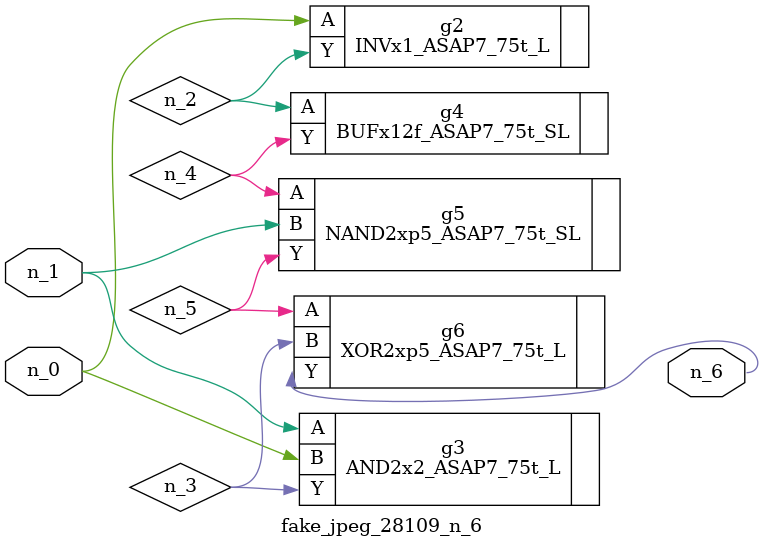
<source format=v>
module fake_jpeg_28109_n_6 (n_0, n_1, n_6);

input n_0;
input n_1;

output n_6;

wire n_2;
wire n_3;
wire n_4;
wire n_5;

INVx1_ASAP7_75t_L g2 ( 
.A(n_0),
.Y(n_2)
);

AND2x2_ASAP7_75t_L g3 ( 
.A(n_1),
.B(n_0),
.Y(n_3)
);

BUFx12f_ASAP7_75t_SL g4 ( 
.A(n_2),
.Y(n_4)
);

NAND2xp5_ASAP7_75t_SL g5 ( 
.A(n_4),
.B(n_1),
.Y(n_5)
);

XOR2xp5_ASAP7_75t_L g6 ( 
.A(n_5),
.B(n_3),
.Y(n_6)
);


endmodule
</source>
